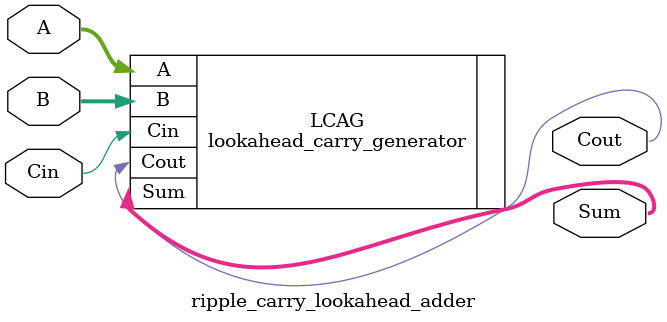
<source format=v>
`include "../ripple_carry_lookahead_adder/lookahead_carry_generator.v"

module ripple_carry_lookahead_adder(
    input [3:0] A,
    input [3:0] B,
    input Cin,         // Carry input
    output [3:0] Sum,
    output Cout        // Carry output
);
    lookahead_carry_generator LCAG (
        .A(A),
        .B(B),
        .Cin(Cin),
        .Sum(Sum),
        .Cout(Cout)
    );
endmodule

</source>
